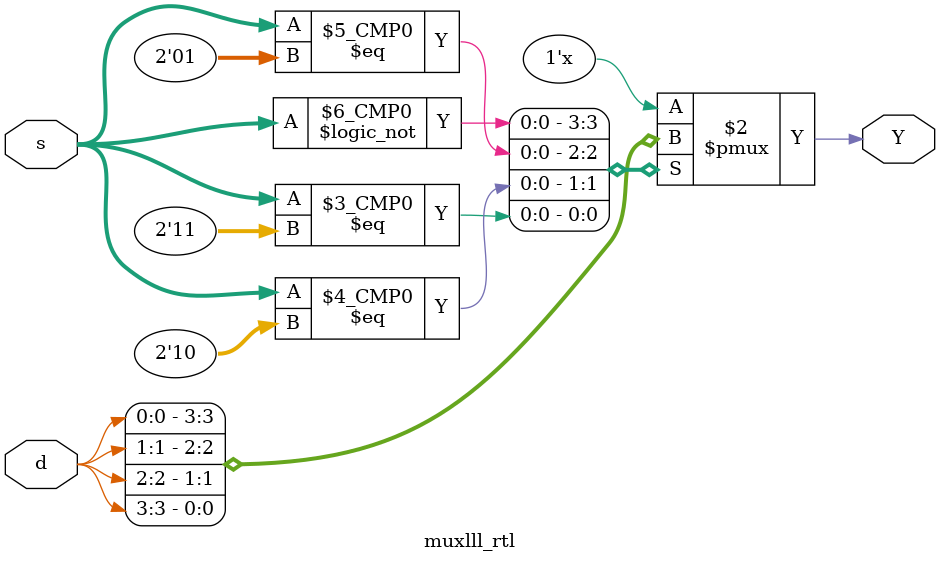
<source format=v>
module  muxlll_rtl(d,s,Y);
input [1:0]s ;
input  [3:0]d;
output reg Y;

always @(*)
begin 
case (s)
2'b00 :Y=d[0];
2'b01 :Y=d[1];
2'b10 :Y=d[2];
2'b11 :Y=d[3];
endcase 
end
endmodule  
</source>
